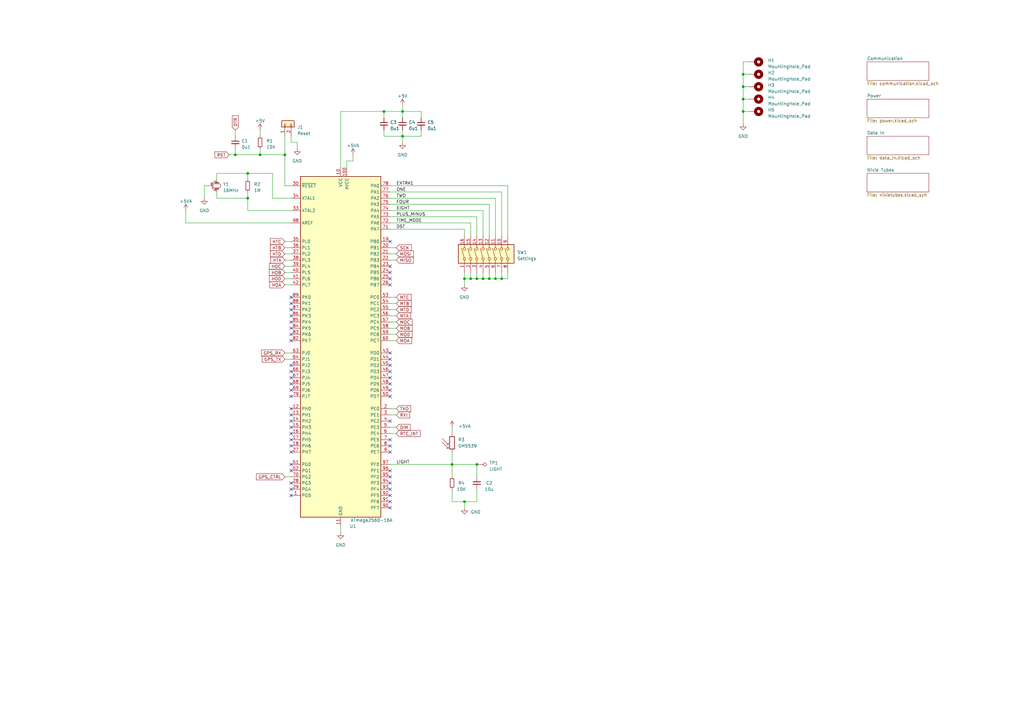
<source format=kicad_sch>
(kicad_sch (version 20210406) (generator eeschema)
  (paper "A3")
  (title_block (title "Nixie Clock") (rev "1.1") (company "Nick Lekas") (comment 1 "5"))
  (lib_symbols
    (symbol "Connector:TestPoint_Alt" (pin_numbers hide) (pin_names (offset 0.762) hide)
      (property "Reference" "TP" (at 0 6.858 0))
      (property "Value" "TestPoint_Alt" (at 0 5.08 0))
      (symbol "TestPoint_Alt_0_1"
        (polyline (pts (xy 0 2.54) (xy -0.762 3.302) (xy 0 4.064) (xy 0.762 3.302) (xy 0 2.54)))
      )
      (symbol "TestPoint_Alt_1_1"
        (pin passive line (at 0 0 90) (length 2.54) (name "1") (number "1"))
      )
    )
    (symbol "Connector_Generic:Conn_01x02" (pin_names (offset 1.016) hide)
      (property "Reference" "J" (at 0 2.54 0))
      (property "Value" "Conn_01x02" (at 0 -5.08 0))
      (symbol "Conn_01x02_1_1"
        (rectangle (start -1.27 -2.413) (end 0 -2.667) (stroke (width 0.1524)))
        (rectangle (start -1.27 0.127) (end 0 -0.127) (stroke (width 0.1524)))
        (rectangle (start -1.27 1.27) (end 1.27 -3.81) (stroke (width 0.254)) (fill (type background)))
        (pin passive line (at -5.08 0 0) (length 3.81) (name "Pin_1") (number "1"))
        (pin passive line (at -5.08 -2.54 0) (length 3.81) (name "Pin_2") (number "2"))
      )
    )
    (symbol "Device:C_Small" (pin_numbers hide) (pin_names (offset 0.254) hide)
      (property "Reference" "C" (at 0.254 1.778 0))
      (property "Value" "C_Small" (at 0.254 -2.032 0))
      (symbol "C_Small_0_1"
        (polyline (pts (xy -1.524 -0.508) (xy 1.524 -0.508)) (stroke (width 0.3302)))
        (polyline (pts (xy -1.524 0.508) (xy 1.524 0.508)) (stroke (width 0.3048)))
      )
      (symbol "C_Small_1_1"
        (pin passive line (at 0 2.54 270) (length 2.032) (name "~") (number "1"))
        (pin passive line (at 0 -2.54 90) (length 2.032) (name "~") (number "2"))
      )
    )
    (symbol "Device:Crystal_GND2_Small" (pin_names (offset 1.016) hide)
      (property "Reference" "Y" (at 0 5.08 0))
      (property "Value" "Crystal_GND2_Small" (at 0 3.175 0))
      (symbol "Crystal_GND2_Small_0_1"
        (rectangle (start -0.762 -1.524) (end 0.762 1.524))
        (polyline (pts (xy -1.27 -0.762) (xy -1.27 0.762)) (stroke (width 0.381)))
        (polyline (pts (xy 1.27 -0.762) (xy 1.27 0.762)) (stroke (width 0.381)))
        (polyline (pts (xy -1.27 -1.27) (xy -1.27 -1.905) (xy 1.27 -1.905) (xy 1.27 -1.27)))
      )
      (symbol "Crystal_GND2_Small_1_1"
        (pin passive line (at -2.54 0 0) (length 1.27) (name "1") (number "1"))
        (pin passive line (at 0 -2.54 90) (length 0.635) (name "2") (number "2"))
        (pin passive line (at 2.54 0 180) (length 1.27) (name "3") (number "3"))
      )
    )
    (symbol "Device:R_Photo" (pin_numbers hide) (pin_names (offset 0))
      (property "Reference" "R" (at 1.27 1.27 0))
      (property "Value" "R_Photo" (at 1.27 0 0))
      (symbol "R_Photo_0_1"
        (rectangle (start -1.016 2.54) (end 1.016 -2.54) (stroke (width 0.254)))
        (polyline (pts (xy -1.524 -2.286) (xy -4.064 0.254)))
        (polyline (pts (xy -1.524 -2.286) (xy -2.286 -2.286)))
        (polyline (pts (xy -1.524 -2.286) (xy -1.524 -1.524)))
        (polyline (pts (xy -1.524 -0.762) (xy -4.064 1.778)))
        (polyline (pts (xy -1.524 -0.762) (xy -2.286 -0.762)))
        (polyline (pts (xy -1.524 -0.762) (xy -1.524 0)))
      )
      (symbol "R_Photo_1_1"
        (pin passive line (at 0 3.81 270) (length 1.27) (name "~") (number "1"))
        (pin passive line (at 0 -3.81 90) (length 1.27) (name "~") (number "2"))
      )
    )
    (symbol "Device:R_Small" (pin_numbers hide) (pin_names (offset 0.254) hide)
      (property "Reference" "R" (at 0.762 0.508 0))
      (property "Value" "R_Small" (at 0.762 -1.016 0))
      (symbol "R_Small_0_1"
        (rectangle (start -0.762 1.778) (end 0.762 -1.778) (stroke (width 0.2032)))
      )
      (symbol "R_Small_1_1"
        (pin passive line (at 0 2.54 270) (length 0.762) (name "~") (number "1"))
        (pin passive line (at 0 -2.54 90) (length 0.762) (name "~") (number "2"))
      )
    )
    (symbol "MCU_Microchip_ATmega:ATmega2560-16A"
      (property "Reference" "U" (at 0 1.27 0))
      (property "Value" "ATmega2560-16A" (at 0 -1.27 0))
      (symbol "ATmega2560-16A_0_1"
        (rectangle (start -16.51 -69.85) (end 16.51 69.85) (stroke (width 0.254)) (fill (type background)))
      )
      (symbol "ATmega2560-16A_1_1"
        (pin bidirectional line (at -20.32 -60.96 0) (length 3.81) (name "PG5") (number "1"))
        (pin power_in line (at 0 73.66 270) (length 3.81) (name "VCC") (number "10"))
        (pin power_in line (at 2.54 73.66 270) (length 3.81) (name "AVCC") (number "100"))
        (pin power_in line (at 0 -73.66 90) (length 3.81) (name "GND") (number "11"))
        (pin bidirectional line (at -20.32 -25.4 0) (length 3.81) (name "PH0") (number "12"))
        (pin bidirectional line (at -20.32 -27.94 0) (length 3.81) (name "PH1") (number "13"))
        (pin bidirectional line (at -20.32 -30.48 0) (length 3.81) (name "PH2") (number "14"))
        (pin bidirectional line (at -20.32 -33.02 0) (length 3.81) (name "PH3") (number "15"))
        (pin bidirectional line (at -20.32 -35.56 0) (length 3.81) (name "PH4") (number "16"))
        (pin bidirectional line (at -20.32 -38.1 0) (length 3.81) (name "PH5") (number "17"))
        (pin bidirectional line (at -20.32 -40.64 0) (length 3.81) (name "PH6") (number "18"))
        (pin bidirectional line (at 20.32 43.18 180) (length 3.81) (name "PB0") (number "19"))
        (pin bidirectional line (at 20.32 -25.4 180) (length 3.81) (name "PE0") (number "2"))
        (pin bidirectional line (at 20.32 40.64 180) (length 3.81) (name "PB1") (number "20"))
        (pin bidirectional line (at 20.32 38.1 180) (length 3.81) (name "PB2") (number "21"))
        (pin bidirectional line (at 20.32 35.56 180) (length 3.81) (name "PB3") (number "22"))
        (pin bidirectional line (at 20.32 33.02 180) (length 3.81) (name "PB4") (number "23"))
        (pin bidirectional line (at 20.32 30.48 180) (length 3.81) (name "PB5") (number "24"))
        (pin bidirectional line (at 20.32 27.94 180) (length 3.81) (name "PB6") (number "25"))
        (pin bidirectional line (at 20.32 25.4 180) (length 3.81) (name "PB7") (number "26"))
        (pin bidirectional line (at -20.32 -43.18 0) (length 3.81) (name "PH7") (number "27"))
        (pin bidirectional line (at -20.32 -55.88 0) (length 3.81) (name "PG3") (number "28"))
        (pin bidirectional line (at -20.32 -58.42 0) (length 3.81) (name "PG4") (number "29"))
        (pin bidirectional line (at 20.32 -27.94 180) (length 3.81) (name "PE1") (number "3"))
        (pin input line (at -20.32 66.04 0) (length 3.81) (name "~RESET") (number "30"))
        (pin passive line (at 0 73.66 270) (length 3.81) hide (name "VCC") (number "31"))
        (pin passive line (at 0 -73.66 90) (length 3.81) hide (name "GND") (number "32"))
        (pin output line (at -20.32 55.88 0) (length 3.81) (name "XTAL2") (number "33"))
        (pin input line (at -20.32 60.96 0) (length 3.81) (name "XTAL1") (number "34"))
        (pin bidirectional line (at -20.32 43.18 0) (length 3.81) (name "PL0") (number "35"))
        (pin bidirectional line (at -20.32 40.64 0) (length 3.81) (name "PL1") (number "36"))
        (pin bidirectional line (at -20.32 38.1 0) (length 3.81) (name "PL2") (number "37"))
        (pin bidirectional line (at -20.32 35.56 0) (length 3.81) (name "PL3") (number "38"))
        (pin bidirectional line (at -20.32 33.02 0) (length 3.81) (name "PL4") (number "39"))
        (pin bidirectional line (at 20.32 -30.48 180) (length 3.81) (name "PE2") (number "4"))
        (pin bidirectional line (at -20.32 30.48 0) (length 3.81) (name "PL5") (number "40"))
        (pin bidirectional line (at -20.32 27.94 0) (length 3.81) (name "PL6") (number "41"))
        (pin bidirectional line (at -20.32 25.4 0) (length 3.81) (name "PL7") (number "42"))
        (pin bidirectional line (at 20.32 -2.54 180) (length 3.81) (name "PD0") (number "43"))
        (pin bidirectional line (at 20.32 -5.08 180) (length 3.81) (name "PD1") (number "44"))
        (pin bidirectional line (at 20.32 -7.62 180) (length 3.81) (name "PD2") (number "45"))
        (pin bidirectional line (at 20.32 -10.16 180) (length 3.81) (name "PD3") (number "46"))
        (pin bidirectional line (at 20.32 -12.7 180) (length 3.81) (name "PD4") (number "47"))
        (pin bidirectional line (at 20.32 -15.24 180) (length 3.81) (name "PD5") (number "48"))
        (pin bidirectional line (at 20.32 -17.78 180) (length 3.81) (name "PD6") (number "49"))
        (pin bidirectional line (at 20.32 -33.02 180) (length 3.81) (name "PE3") (number "5"))
        (pin bidirectional line (at 20.32 -20.32 180) (length 3.81) (name "PD7") (number "50"))
        (pin bidirectional line (at -20.32 -48.26 0) (length 3.81) (name "PG0") (number "51"))
        (pin bidirectional line (at -20.32 -50.8 0) (length 3.81) (name "PG1") (number "52"))
        (pin bidirectional line (at 20.32 20.32 180) (length 3.81) (name "PC0") (number "53"))
        (pin bidirectional line (at 20.32 17.78 180) (length 3.81) (name "PC1") (number "54"))
        (pin bidirectional line (at 20.32 15.24 180) (length 3.81) (name "PC2") (number "55"))
        (pin bidirectional line (at 20.32 12.7 180) (length 3.81) (name "PC3") (number "56"))
        (pin bidirectional line (at 20.32 10.16 180) (length 3.81) (name "PC4") (number "57"))
        (pin bidirectional line (at 20.32 7.62 180) (length 3.81) (name "PC5") (number "58"))
        (pin bidirectional line (at 20.32 5.08 180) (length 3.81) (name "PC6") (number "59"))
        (pin bidirectional line (at 20.32 -35.56 180) (length 3.81) (name "PE4") (number "6"))
        (pin bidirectional line (at 20.32 2.54 180) (length 3.81) (name "PC7") (number "60"))
        (pin passive line (at 0 73.66 270) (length 3.81) hide (name "VCC") (number "61"))
        (pin passive line (at 0 -73.66 90) (length 3.81) hide (name "GND") (number "62"))
        (pin bidirectional line (at -20.32 -2.54 0) (length 3.81) (name "PJ0") (number "63"))
        (pin bidirectional line (at -20.32 -5.08 0) (length 3.81) (name "PJ1") (number "64"))
        (pin bidirectional line (at -20.32 -7.62 0) (length 3.81) (name "PJ2") (number "65"))
        (pin bidirectional line (at -20.32 -10.16 0) (length 3.81) (name "PJ3") (number "66"))
        (pin bidirectional line (at -20.32 -12.7 0) (length 3.81) (name "PJ4") (number "67"))
        (pin bidirectional line (at -20.32 -15.24 0) (length 3.81) (name "PJ5") (number "68"))
        (pin bidirectional line (at -20.32 -17.78 0) (length 3.81) (name "PJ6") (number "69"))
        (pin bidirectional line (at 20.32 -38.1 180) (length 3.81) (name "PE5") (number "7"))
        (pin bidirectional line (at -20.32 -53.34 0) (length 3.81) (name "PG2") (number "70"))
        (pin bidirectional line (at 20.32 48.26 180) (length 3.81) (name "PA7") (number "71"))
        (pin bidirectional line (at 20.32 50.8 180) (length 3.81) (name "PA6") (number "72"))
        (pin bidirectional line (at 20.32 53.34 180) (length 3.81) (name "PA5") (number "73"))
        (pin bidirectional line (at 20.32 55.88 180) (length 3.81) (name "PA4") (number "74"))
        (pin bidirectional line (at 20.32 58.42 180) (length 3.81) (name "PA3") (number "75"))
        (pin bidirectional line (at 20.32 60.96 180) (length 3.81) (name "PA2") (number "76"))
        (pin bidirectional line (at 20.32 63.5 180) (length 3.81) (name "PA1") (number "77"))
        (pin bidirectional line (at 20.32 66.04 180) (length 3.81) (name "PA0") (number "78"))
        (pin bidirectional line (at -20.32 -20.32 0) (length 3.81) (name "PJ7") (number "79"))
        (pin bidirectional line (at 20.32 -40.64 180) (length 3.81) (name "PE6") (number "8"))
        (pin passive line (at 0 73.66 270) (length 3.81) hide (name "VCC") (number "80"))
        (pin passive line (at 0 -73.66 90) (length 3.81) hide (name "GND") (number "81"))
        (pin bidirectional line (at -20.32 2.54 0) (length 3.81) (name "PK7") (number "82"))
        (pin bidirectional line (at -20.32 5.08 0) (length 3.81) (name "PK6") (number "83"))
        (pin bidirectional line (at -20.32 7.62 0) (length 3.81) (name "PK5") (number "84"))
        (pin bidirectional line (at -20.32 10.16 0) (length 3.81) (name "PK4") (number "85"))
        (pin bidirectional line (at -20.32 12.7 0) (length 3.81) (name "PK3") (number "86"))
        (pin bidirectional line (at -20.32 15.24 0) (length 3.81) (name "PK2") (number "87"))
        (pin bidirectional line (at -20.32 17.78 0) (length 3.81) (name "PK1") (number "88"))
        (pin bidirectional line (at -20.32 20.32 0) (length 3.81) (name "PK0") (number "89"))
        (pin bidirectional line (at 20.32 -43.18 180) (length 3.81) (name "PE7") (number "9"))
        (pin bidirectional line (at 20.32 -66.04 180) (length 3.81) (name "PF7") (number "90"))
        (pin bidirectional line (at 20.32 -63.5 180) (length 3.81) (name "PF6") (number "91"))
        (pin bidirectional line (at 20.32 -60.96 180) (length 3.81) (name "PF5") (number "92"))
        (pin bidirectional line (at 20.32 -58.42 180) (length 3.81) (name "PF4") (number "93"))
        (pin bidirectional line (at 20.32 -55.88 180) (length 3.81) (name "PF3") (number "94"))
        (pin bidirectional line (at 20.32 -53.34 180) (length 3.81) (name "PF2") (number "95"))
        (pin bidirectional line (at 20.32 -50.8 180) (length 3.81) (name "PF1") (number "96"))
        (pin bidirectional line (at 20.32 -48.26 180) (length 3.81) (name "PF0") (number "97"))
        (pin passive line (at -20.32 50.8 0) (length 3.81) (name "AREF") (number "98"))
        (pin passive line (at 0 -73.66 90) (length 3.81) hide (name "GND") (number "99"))
      )
    )
    (symbol "Mechanical:MountingHole_Pad" (pin_numbers hide) (pin_names (offset 1.016) hide)
      (property "Reference" "H" (at 0 6.35 0))
      (property "Value" "MountingHole_Pad" (at 0 4.445 0))
      (symbol "MountingHole_Pad_0_1"
        (circle (center 0 1.27) (radius 1.27) (stroke (width 1.27)))
      )
      (symbol "MountingHole_Pad_1_1"
        (pin input line (at 0 -2.54 90) (length 2.54) (name "1") (number "1"))
      )
    )
    (symbol "Switch:SW_DIP_x08" (pin_names (offset 0) hide)
      (property "Reference" "SW" (at 0 13.97 0))
      (property "Value" "SW_DIP_x08" (at 0 -11.43 0))
      (symbol "SW_DIP_x08_0_0"
        (circle (center -2.032 -7.62) (radius 0.508))
        (circle (center -2.032 -5.08) (radius 0.508))
        (circle (center -2.032 -2.54) (radius 0.508))
        (circle (center -2.032 0) (radius 0.508))
        (circle (center -2.032 2.54) (radius 0.508))
        (circle (center -2.032 5.08) (radius 0.508))
        (circle (center -2.032 7.62) (radius 0.508))
        (circle (center -2.032 10.16) (radius 0.508))
        (circle (center 2.032 -7.62) (radius 0.508))
        (circle (center 2.032 -5.08) (radius 0.508))
        (circle (center 2.032 -2.54) (radius 0.508))
        (circle (center 2.032 0) (radius 0.508))
        (circle (center 2.032 2.54) (radius 0.508))
        (circle (center 2.032 5.08) (radius 0.508))
        (circle (center 2.032 7.62) (radius 0.508))
        (circle (center 2.032 10.16) (radius 0.508))
        (polyline (pts (xy -1.524 -7.4676) (xy 2.3622 -6.4262)))
        (polyline (pts (xy -1.524 -4.9276) (xy 2.3622 -3.8862)))
        (polyline (pts (xy -1.524 -2.3876) (xy 2.3622 -1.3462)))
        (polyline (pts (xy -1.524 0.127) (xy 2.3622 1.1684)))
        (polyline (pts (xy -1.524 2.667) (xy 2.3622 3.7084)))
        (polyline (pts (xy -1.524 5.207) (xy 2.3622 6.2484)))
        (polyline (pts (xy -1.524 7.747) (xy 2.3622 8.7884)))
        (polyline (pts (xy -1.524 10.287) (xy 2.3622 11.3284)))
      )
      (symbol "SW_DIP_x08_0_1"
        (rectangle (start -3.81 12.7) (end 3.81 -10.16) (stroke (width 0.254)) (fill (type background)))
      )
      (symbol "SW_DIP_x08_1_1"
        (pin passive line (at -7.62 10.16 0) (length 5.08) (name "~") (number "1"))
        (pin passive line (at 7.62 -5.08 180) (length 5.08) (name "~") (number "10"))
        (pin passive line (at 7.62 -2.54 180) (length 5.08) (name "~") (number "11"))
        (pin passive line (at 7.62 0 180) (length 5.08) (name "~") (number "12"))
        (pin passive line (at 7.62 2.54 180) (length 5.08) (name "~") (number "13"))
        (pin passive line (at 7.62 5.08 180) (length 5.08) (name "~") (number "14"))
        (pin passive line (at 7.62 7.62 180) (length 5.08) (name "~") (number "15"))
        (pin passive line (at 7.62 10.16 180) (length 5.08) (name "~") (number "16"))
        (pin passive line (at -7.62 7.62 0) (length 5.08) (name "~") (number "2"))
        (pin passive line (at -7.62 5.08 0) (length 5.08) (name "~") (number "3"))
        (pin passive line (at -7.62 2.54 0) (length 5.08) (name "~") (number "4"))
        (pin passive line (at -7.62 0 0) (length 5.08) (name "~") (number "5"))
        (pin passive line (at -7.62 -2.54 0) (length 5.08) (name "~") (number "6"))
        (pin passive line (at -7.62 -5.08 0) (length 5.08) (name "~") (number "7"))
        (pin passive line (at -7.62 -7.62 0) (length 5.08) (name "~") (number "8"))
        (pin passive line (at 7.62 -7.62 180) (length 5.08) (name "~") (number "9"))
      )
    )
    (symbol "power:+5V" (power) (pin_names (offset 0))
      (property "Value" "+5V" (at 0 3.556 0))
      (symbol "+5V_0_1"
        (polyline (pts (xy -0.762 1.27) (xy 0 2.54)))
        (polyline (pts (xy 0 0) (xy 0 2.54)))
        (polyline (pts (xy 0 2.54) (xy 0.762 1.27)))
      )
      (symbol "+5V_1_1"
        (pin power_in line (at 0 0 90) (length 0) hide (name "+5V") (number "1"))
      )
    )
    (symbol "power:+5VA" (power) (pin_names (offset 0))
      (property "Value" "+5VA" (at 0 3.556 0))
      (symbol "+5VA_0_1"
        (polyline (pts (xy -0.762 1.27) (xy 0 2.54)))
        (polyline (pts (xy 0 0) (xy 0 2.54)))
        (polyline (pts (xy 0 2.54) (xy 0.762 1.27)))
      )
      (symbol "+5VA_1_1"
        (pin power_in line (at 0 0 90) (length 0) hide (name "+5VA") (number "1"))
      )
    )
    (symbol "power:GND" (power) (pin_names (offset 0))
      (property "Value" "GND" (at 0 -3.81 0))
      (symbol "GND_0_1"
        (polyline (pts (xy 0 0) (xy 0 -1.27) (xy 1.27 -1.27) (xy 0 -2.54) (xy -1.27 -1.27) (xy 0 -1.27)))
      )
      (symbol "GND_1_1"
        (pin power_in line (at 0 0 270) (length 0) hide (name "GND") (number "1"))
      )
    )
  )
  (junction (at 96.52 63.5) (diameter 0.9144))
  (junction (at 101.6 71.12) (diameter 0.9144))
  (junction (at 101.6 81.28) (diameter 0.9144))
  (junction (at 106.68 63.5) (diameter 0.9144))
  (junction (at 116.84 63.5) (diameter 0.9144))
  (junction (at 157.48 45.72) (diameter 0.9144))
  (junction (at 165.1 45.72) (diameter 0.9144))
  (junction (at 165.1 55.88) (diameter 0.9144))
  (junction (at 185.42 190.5) (diameter 0.9144))
  (junction (at 190.5 114.3) (diameter 0.9144))
  (junction (at 190.5 205.74) (diameter 0.9144))
  (junction (at 193.04 114.3) (diameter 0.9144))
  (junction (at 195.58 114.3) (diameter 0.9144))
  (junction (at 195.58 190.5) (diameter 0.9144))
  (junction (at 198.12 114.3) (diameter 0.9144))
  (junction (at 200.66 114.3) (diameter 0.9144))
  (junction (at 203.2 114.3) (diameter 0.9144))
  (junction (at 205.74 114.3) (diameter 0.9144))
  (junction (at 304.8 30.48) (diameter 0.9144))
  (junction (at 304.8 35.56) (diameter 0.9144))
  (junction (at 304.8 40.64) (diameter 0.9144))
  (junction (at 304.8 45.72) (diameter 0.9144))
  (no_connect (at 119.38 121.92))
  (no_connect (at 119.38 124.46))
  (no_connect (at 119.38 127))
  (no_connect (at 119.38 129.54))
  (no_connect (at 119.38 132.08))
  (no_connect (at 119.38 134.62))
  (no_connect (at 119.38 137.16))
  (no_connect (at 119.38 139.7))
  (no_connect (at 119.38 149.86))
  (no_connect (at 119.38 152.4))
  (no_connect (at 119.38 154.94))
  (no_connect (at 119.38 157.48))
  (no_connect (at 119.38 160.02))
  (no_connect (at 119.38 162.56))
  (no_connect (at 119.38 167.64))
  (no_connect (at 119.38 170.18))
  (no_connect (at 119.38 172.72))
  (no_connect (at 119.38 175.26))
  (no_connect (at 119.38 177.8))
  (no_connect (at 119.38 180.34))
  (no_connect (at 119.38 182.88))
  (no_connect (at 119.38 185.42))
  (no_connect (at 119.38 190.5))
  (no_connect (at 119.38 193.04))
  (no_connect (at 119.38 198.12))
  (no_connect (at 119.38 200.66))
  (no_connect (at 119.38 203.2))
  (no_connect (at 160.02 99.06))
  (no_connect (at 160.02 109.22))
  (no_connect (at 160.02 111.76))
  (no_connect (at 160.02 114.3))
  (no_connect (at 160.02 116.84))
  (no_connect (at 160.02 144.78))
  (no_connect (at 160.02 147.32))
  (no_connect (at 160.02 149.86))
  (no_connect (at 160.02 152.4))
  (no_connect (at 160.02 154.94))
  (no_connect (at 160.02 157.48))
  (no_connect (at 160.02 160.02))
  (no_connect (at 160.02 162.56))
  (no_connect (at 160.02 172.72))
  (no_connect (at 160.02 180.34))
  (no_connect (at 160.02 182.88))
  (no_connect (at 160.02 185.42))
  (no_connect (at 160.02 193.04))
  (no_connect (at 160.02 195.58))
  (no_connect (at 160.02 198.12))
  (no_connect (at 160.02 200.66))
  (no_connect (at 160.02 203.2))
  (no_connect (at 160.02 205.74))
  (no_connect (at 160.02 208.28))
  (wire (pts (xy 76.2 86.36) (xy 76.2 91.44)))
  (wire (pts (xy 76.2 91.44) (xy 119.38 91.44)))
  (wire (pts (xy 83.82 76.2) (xy 86.36 76.2)))
  (wire (pts (xy 83.82 81.28) (xy 83.82 76.2)))
  (wire (pts (xy 88.9 71.12) (xy 88.9 73.66)))
  (wire (pts (xy 88.9 71.12) (xy 101.6 71.12)))
  (wire (pts (xy 88.9 78.74) (xy 88.9 81.28)))
  (wire (pts (xy 88.9 81.28) (xy 101.6 81.28)))
  (wire (pts (xy 93.98 63.5) (xy 96.52 63.5)))
  (wire (pts (xy 96.52 53.34) (xy 96.52 55.88)))
  (wire (pts (xy 96.52 60.96) (xy 96.52 63.5)))
  (wire (pts (xy 96.52 63.5) (xy 106.68 63.5)))
  (wire (pts (xy 101.6 71.12) (xy 101.6 73.66)))
  (wire (pts (xy 101.6 71.12) (xy 111.76 71.12)))
  (wire (pts (xy 101.6 78.74) (xy 101.6 81.28)))
  (wire (pts (xy 101.6 81.28) (xy 101.6 86.36)))
  (wire (pts (xy 106.68 53.34) (xy 106.68 55.88)))
  (wire (pts (xy 106.68 60.96) (xy 106.68 63.5)))
  (wire (pts (xy 106.68 63.5) (xy 116.84 63.5)))
  (wire (pts (xy 111.76 71.12) (xy 111.76 81.28)))
  (wire (pts (xy 116.84 55.88) (xy 116.84 63.5)))
  (wire (pts (xy 116.84 63.5) (xy 116.84 76.2)))
  (wire (pts (xy 116.84 76.2) (xy 119.38 76.2)))
  (wire (pts (xy 116.84 99.06) (xy 119.38 99.06)))
  (wire (pts (xy 116.84 101.6) (xy 119.38 101.6)))
  (wire (pts (xy 116.84 104.14) (xy 119.38 104.14)))
  (wire (pts (xy 116.84 106.68) (xy 119.38 106.68)))
  (wire (pts (xy 116.84 109.22) (xy 119.38 109.22)))
  (wire (pts (xy 116.84 111.76) (xy 119.38 111.76)))
  (wire (pts (xy 116.84 114.3) (xy 119.38 114.3)))
  (wire (pts (xy 116.84 116.84) (xy 119.38 116.84)))
  (wire (pts (xy 116.84 144.78) (xy 119.38 144.78)))
  (wire (pts (xy 116.84 147.32) (xy 119.38 147.32)))
  (wire (pts (xy 116.84 195.58) (xy 119.38 195.58)))
  (wire (pts (xy 119.38 55.88) (xy 119.38 58.42)))
  (wire (pts (xy 119.38 58.42) (xy 121.92 58.42)))
  (wire (pts (xy 119.38 81.28) (xy 111.76 81.28)))
  (wire (pts (xy 119.38 86.36) (xy 101.6 86.36)))
  (wire (pts (xy 121.92 58.42) (xy 121.92 60.96)))
  (wire (pts (xy 139.7 45.72) (xy 139.7 68.58)))
  (wire (pts (xy 139.7 45.72) (xy 157.48 45.72)))
  (wire (pts (xy 139.7 215.9) (xy 139.7 218.44)))
  (wire (pts (xy 142.24 66.04) (xy 144.78 66.04)))
  (wire (pts (xy 142.24 68.58) (xy 142.24 66.04)))
  (wire (pts (xy 144.78 63.5) (xy 144.78 66.04)))
  (wire (pts (xy 157.48 45.72) (xy 157.48 48.26)))
  (wire (pts (xy 157.48 53.34) (xy 157.48 55.88)))
  (wire (pts (xy 157.48 55.88) (xy 165.1 55.88)))
  (wire (pts (xy 160.02 76.2) (xy 208.28 76.2)))
  (wire (pts (xy 160.02 78.74) (xy 205.74 78.74)))
  (wire (pts (xy 160.02 81.28) (xy 203.2 81.28)))
  (wire (pts (xy 160.02 83.82) (xy 200.66 83.82)))
  (wire (pts (xy 160.02 88.9) (xy 195.58 88.9)))
  (wire (pts (xy 160.02 91.44) (xy 193.04 91.44)))
  (wire (pts (xy 160.02 93.98) (xy 190.5 93.98)))
  (wire (pts (xy 160.02 101.6) (xy 162.56 101.6)))
  (wire (pts (xy 160.02 104.14) (xy 162.56 104.14)))
  (wire (pts (xy 160.02 106.68) (xy 162.56 106.68)))
  (wire (pts (xy 160.02 121.92) (xy 162.56 121.92)))
  (wire (pts (xy 160.02 124.46) (xy 162.56 124.46)))
  (wire (pts (xy 160.02 127) (xy 162.56 127)))
  (wire (pts (xy 160.02 129.54) (xy 162.56 129.54)))
  (wire (pts (xy 160.02 132.08) (xy 162.56 132.08)))
  (wire (pts (xy 160.02 134.62) (xy 162.56 134.62)))
  (wire (pts (xy 160.02 137.16) (xy 162.56 137.16)))
  (wire (pts (xy 160.02 139.7) (xy 162.56 139.7)))
  (wire (pts (xy 160.02 167.64) (xy 162.56 167.64)))
  (wire (pts (xy 160.02 170.18) (xy 162.56 170.18)))
  (wire (pts (xy 160.02 175.26) (xy 162.56 175.26)))
  (wire (pts (xy 160.02 177.8) (xy 162.56 177.8)))
  (wire (pts (xy 160.02 190.5) (xy 185.42 190.5)))
  (wire (pts (xy 165.1 43.18) (xy 165.1 45.72)))
  (wire (pts (xy 165.1 45.72) (xy 157.48 45.72)))
  (wire (pts (xy 165.1 45.72) (xy 172.72 45.72)))
  (wire (pts (xy 165.1 48.26) (xy 165.1 45.72)))
  (wire (pts (xy 165.1 53.34) (xy 165.1 55.88)))
  (wire (pts (xy 165.1 55.88) (xy 165.1 58.42)))
  (wire (pts (xy 165.1 55.88) (xy 172.72 55.88)))
  (wire (pts (xy 172.72 48.26) (xy 172.72 45.72)))
  (wire (pts (xy 172.72 53.34) (xy 172.72 55.88)))
  (wire (pts (xy 185.42 177.8) (xy 185.42 175.26)))
  (wire (pts (xy 185.42 190.5) (xy 185.42 185.42)))
  (wire (pts (xy 185.42 190.5) (xy 195.58 190.5)))
  (wire (pts (xy 185.42 195.58) (xy 185.42 190.5)))
  (wire (pts (xy 185.42 205.74) (xy 185.42 200.66)))
  (wire (pts (xy 185.42 205.74) (xy 190.5 205.74)))
  (wire (pts (xy 190.5 93.98) (xy 190.5 96.52)))
  (wire (pts (xy 190.5 111.76) (xy 190.5 114.3)))
  (wire (pts (xy 190.5 114.3) (xy 190.5 116.84)))
  (wire (pts (xy 190.5 114.3) (xy 193.04 114.3)))
  (wire (pts (xy 190.5 205.74) (xy 190.5 208.28)))
  (wire (pts (xy 190.5 205.74) (xy 195.58 205.74)))
  (wire (pts (xy 193.04 91.44) (xy 193.04 96.52)))
  (wire (pts (xy 193.04 111.76) (xy 193.04 114.3)))
  (wire (pts (xy 193.04 114.3) (xy 195.58 114.3)))
  (wire (pts (xy 195.58 88.9) (xy 195.58 96.52)))
  (wire (pts (xy 195.58 111.76) (xy 195.58 114.3)))
  (wire (pts (xy 195.58 114.3) (xy 198.12 114.3)))
  (wire (pts (xy 195.58 195.58) (xy 195.58 190.5)))
  (wire (pts (xy 195.58 200.66) (xy 195.58 205.74)))
  (wire (pts (xy 198.12 86.36) (xy 160.02 86.36)))
  (wire (pts (xy 198.12 86.36) (xy 198.12 96.52)))
  (wire (pts (xy 198.12 111.76) (xy 198.12 114.3)))
  (wire (pts (xy 198.12 114.3) (xy 200.66 114.3)))
  (wire (pts (xy 200.66 83.82) (xy 200.66 96.52)))
  (wire (pts (xy 200.66 111.76) (xy 200.66 114.3)))
  (wire (pts (xy 200.66 114.3) (xy 203.2 114.3)))
  (wire (pts (xy 203.2 81.28) (xy 203.2 96.52)))
  (wire (pts (xy 203.2 111.76) (xy 203.2 114.3)))
  (wire (pts (xy 203.2 114.3) (xy 205.74 114.3)))
  (wire (pts (xy 205.74 78.74) (xy 205.74 96.52)))
  (wire (pts (xy 205.74 111.76) (xy 205.74 114.3)))
  (wire (pts (xy 205.74 114.3) (xy 208.28 114.3)))
  (wire (pts (xy 208.28 76.2) (xy 208.28 96.52)))
  (wire (pts (xy 208.28 111.76) (xy 208.28 114.3)))
  (wire (pts (xy 304.8 25.4) (xy 304.8 30.48)))
  (wire (pts (xy 304.8 30.48) (xy 304.8 35.56)))
  (wire (pts (xy 304.8 30.48) (xy 307.34 30.48)))
  (wire (pts (xy 304.8 35.56) (xy 304.8 40.64)))
  (wire (pts (xy 304.8 35.56) (xy 307.34 35.56)))
  (wire (pts (xy 304.8 40.64) (xy 304.8 45.72)))
  (wire (pts (xy 304.8 40.64) (xy 307.34 40.64)))
  (wire (pts (xy 304.8 45.72) (xy 304.8 50.8)))
  (wire (pts (xy 304.8 45.72) (xy 307.34 45.72)))
  (wire (pts (xy 307.34 25.4) (xy 304.8 25.4)))
  (label "EXTRA1" (at 162.56 76.2 0))
  (label "ONE" (at 162.56 78.74 0))
  (label "TWO" (at 162.56 81.28 0))
  (label "FOUR" (at 162.56 83.82 0))
  (label "EIGHT" (at 162.56 86.36 0))
  (label "PLUS_MINUS" (at 162.56 88.9 0))
  (label "TIME_MODE" (at 162.56 91.44 0))
  (label "DST" (at 162.56 93.98 0))
  (label "LIGHT" (at 162.56 190.5 0))
  (global_label "RST" (shape input) (at 93.98 63.5 180) (property "Intersheet References" "${INTERSHEET_REFS}" (effects hide)))
  (global_label "DTR" (shape input) (at 96.52 53.34 90) (property "Intersheet References" "${INTERSHEET_REFS}" (effects hide)))
  (global_label "HTC" (shape input) (at 116.84 99.06 180) (property "Intersheet References" "${INTERSHEET_REFS}" (effects hide)))
  (global_label "HTB" (shape input) (at 116.84 101.6 180) (property "Intersheet References" "${INTERSHEET_REFS}" (effects hide)))
  (global_label "HTD" (shape input) (at 116.84 104.14 180) (property "Intersheet References" "${INTERSHEET_REFS}" (effects hide)))
  (global_label "HTA" (shape input) (at 116.84 106.68 180) (property "Intersheet References" "${INTERSHEET_REFS}" (effects hide)))
  (global_label "HOC" (shape input) (at 116.84 109.22 180) (property "Intersheet References" "${INTERSHEET_REFS}" (effects hide)))
  (global_label "HOB" (shape input) (at 116.84 111.76 180) (property "Intersheet References" "${INTERSHEET_REFS}" (effects hide)))
  (global_label "HOD" (shape input) (at 116.84 114.3 180) (property "Intersheet References" "${INTERSHEET_REFS}" (effects hide)))
  (global_label "HOA" (shape input) (at 116.84 116.84 180) (property "Intersheet References" "${INTERSHEET_REFS}" (effects hide)))
  (global_label "GPS_RX" (shape input) (at 116.84 144.78 180) (property "Intersheet References" "${INTERSHEET_REFS}" (effects hide)))
  (global_label "GPS_TX" (shape input) (at 116.84 147.32 180) (property "Intersheet References" "${INTERSHEET_REFS}" (effects hide)))
  (global_label "GPS_CTRL" (shape input) (at 116.84 195.58 180) (property "Intersheet References" "${INTERSHEET_REFS}" (effects hide)))
  (global_label "SCK" (shape input) (at 162.56 101.6 0) (property "Intersheet References" "${INTERSHEET_REFS}" (effects hide)))
  (global_label "MOSI" (shape input) (at 162.56 104.14 0) (property "Intersheet References" "${INTERSHEET_REFS}" (effects hide)))
  (global_label "MISO" (shape input) (at 162.56 106.68 0) (property "Intersheet References" "${INTERSHEET_REFS}" (effects hide)))
  (global_label "MTC" (shape input) (at 162.56 121.92 0) (property "Intersheet References" "${INTERSHEET_REFS}" (effects hide)))
  (global_label "MTB" (shape input) (at 162.56 124.46 0) (property "Intersheet References" "${INTERSHEET_REFS}" (effects hide)))
  (global_label "MTD" (shape input) (at 162.56 127 0) (property "Intersheet References" "${INTERSHEET_REFS}" (effects hide)))
  (global_label "MTA" (shape input) (at 162.56 129.54 0) (property "Intersheet References" "${INTERSHEET_REFS}" (effects hide)))
  (global_label "MOC" (shape input) (at 162.56 132.08 0) (property "Intersheet References" "${INTERSHEET_REFS}" (effects hide)))
  (global_label "MOB" (shape input) (at 162.56 134.62 0) (property "Intersheet References" "${INTERSHEET_REFS}" (effects hide)))
  (global_label "MOD" (shape input) (at 162.56 137.16 0) (property "Intersheet References" "${INTERSHEET_REFS}" (effects hide)))
  (global_label "MOA" (shape input) (at 162.56 139.7 0) (property "Intersheet References" "${INTERSHEET_REFS}" (effects hide)))
  (global_label "TXO" (shape input) (at 162.56 167.64 0) (property "Intersheet References" "${INTERSHEET_REFS}" (effects hide)))
  (global_label "RXI" (shape input) (at 162.56 170.18 0) (property "Intersheet References" "${INTERSHEET_REFS}" (effects hide)))
  (global_label "DIM" (shape input) (at 162.56 175.26 0) (property "Intersheet References" "${INTERSHEET_REFS}" (effects hide)))
  (global_label "RTC_INT" (shape input) (at 162.56 177.8 0) (property "Intersheet References" "${INTERSHEET_REFS}" (effects hide)))
  (symbol (lib_id "power:+5VA") (at 76.2 86.36 0) (unit 1)
    (property "Reference" "#PWR07" (effects hide))
    (property "Value" "+5VA" (at 76.2 82.55 0))
  )
  (symbol (lib_id "power:+5V") (at 106.68 53.34 0) (unit 1)
    (property "Reference" "#PWR01" (effects hide))
    (property "Value" "+5V" (at 106.68 49.53 0))
  )
  (symbol (lib_id "power:+5VA") (at 144.78 63.5 0) (unit 1)
    (property "Reference" "#PWR05" (effects hide))
    (property "Value" "+5VA" (at 144.78 59.69 0))
  )
  (symbol (lib_id "power:+5V") (at 165.1 43.18 0) (unit 1)
    (property "Reference" "#PWR0101" (effects hide))
    (property "Value" "+5V" (at 165.1 39.37 0))
  )
  (symbol (lib_id "power:+5VA") (at 185.42 175.26 0) (unit 1)
    (property "Reference" "#PWR09" (effects hide))
    (property "Value" "+5VA" (at 187.96 174.8154 0) (effects (justify left)))
  )
  (symbol (lib_id "Connector:TestPoint_Alt") (at 195.58 190.5 270) (unit 1)
    (property "Reference" "TP1" (at 200.66 189.8649 90) (effects (justify left)))
    (property "Value" "LIGHT" (at 200.66 192.4049 90) (effects (justify left)))
    (property "Footprint" "TestPoint:TestPoint_THTPad_D2.0mm_Drill0.9mm" (effects hide))
  )
  (symbol (lib_id "power:GND") (at 83.82 81.28 0) (unit 1)
    (property "Reference" "#PWR06" (effects hide))
    (property "Value" "GND" (at 83.82 86.36 0))
  )
  (symbol (lib_id "power:GND") (at 121.92 60.96 0) (unit 1)
    (property "Reference" "#PWR03" (effects hide))
    (property "Value" "GND" (at 121.92 66.04 0))
  )
  (symbol (lib_id "power:GND") (at 139.7 218.44 0) (unit 1)
    (property "Reference" "#PWR060" (effects hide))
    (property "Value" "GND" (at 139.7 223.52 0))
  )
  (symbol (lib_id "power:GND") (at 165.1 58.42 0) (unit 1)
    (property "Reference" "#PWR0104" (effects hide))
    (property "Value" "GND" (at 165.1 63.5 0))
  )
  (symbol (lib_id "power:GND") (at 190.5 116.84 0) (unit 1)
    (property "Reference" "#PWR08" (effects hide))
    (property "Value" "GND" (at 190.5 121.92 0))
  )
  (symbol (lib_id "power:GND") (at 190.5 208.28 0) (unit 1)
    (property "Reference" "#PWR059" (effects hide))
    (property "Value" "GND" (at 193.04 209.9944 0) (effects (justify left)))
  )
  (symbol (lib_id "power:GND") (at 304.8 50.8 0) (unit 1)
    (property "Reference" "#PWR02" (effects hide))
    (property "Value" "GND" (at 304.8 55.88 0))
  )
  (symbol (lib_id "Device:R_Small") (at 101.6 76.2 0) (unit 1)
    (property "Reference" "R2" (at 104.14 75.5649 0) (effects (justify left)))
    (property "Value" "1M" (at 104.14 78.1049 0) (effects (justify left)))
    (property "Footprint" "Resistor_SMD:R_0603_1608Metric" (effects hide))
  )
  (symbol (lib_id "Device:R_Small") (at 106.68 58.42 0) (unit 1)
    (property "Reference" "R1" (at 109.22 57.7849 0) (effects (justify left)))
    (property "Value" "10K" (at 109.22 60.3249 0) (effects (justify left)))
    (property "Footprint" "Resistor_SMD:R_0603_1608Metric" (effects hide))
  )
  (symbol (lib_id "Device:R_Small") (at 185.42 198.12 180) (unit 1)
    (property "Reference" "R4" (at 189.23 198.12 0))
    (property "Value" "10K" (at 189.23 200.66 0))
    (property "Footprint" "Resistor_SMD:R_0603_1608Metric" (effects hide))
  )
  (symbol (lib_id "Device:C_Small") (at 96.52 58.42 0) (unit 1)
    (property "Reference" "C1" (at 99.06 57.7849 0) (effects (justify left)))
    (property "Value" "0u1" (at 99.06 60.3249 0) (effects (justify left)))
    (property "Footprint" "Capacitor_SMD:C_0603_1608Metric" (effects hide))
  )
  (symbol (lib_id "Device:C_Small") (at 157.48 50.8 0) (unit 1)
    (property "Reference" "C3" (at 160.02 50.1649 0) (effects (justify left)))
    (property "Value" "0u1" (at 160.02 52.7049 0) (effects (justify left)))
    (property "Footprint" "Capacitor_SMD:C_0603_1608Metric" (effects hide))
  )
  (symbol (lib_id "Device:C_Small") (at 165.1 50.8 0) (unit 1)
    (property "Reference" "C4" (at 167.64 50.1649 0) (effects (justify left)))
    (property "Value" "0u1" (at 167.64 52.7049 0) (effects (justify left)))
    (property "Footprint" "Capacitor_SMD:C_0603_1608Metric" (effects hide))
  )
  (symbol (lib_id "Device:C_Small") (at 172.72 50.8 0) (unit 1)
    (property "Reference" "C5" (at 175.26 50.1649 0) (effects (justify left)))
    (property "Value" "0u1" (at 175.26 52.7049 0) (effects (justify left)))
    (property "Footprint" "Capacitor_SMD:C_0603_1608Metric" (effects hide))
  )
  (symbol (lib_id "Device:C_Small") (at 195.58 198.12 180) (unit 1)
    (property "Reference" "C2" (at 200.66 198.12 0))
    (property "Value" "10u" (at 200.66 200.66 0))
    (property "Footprint" "Capacitor_SMD:C_0603_1608Metric" (effects hide))
  )
  (symbol (lib_id "Mechanical:MountingHole_Pad") (at 309.88 25.4 270) (unit 1)
    (property "Reference" "H1" (at 314.96 24.7649 90) (effects (justify left)))
    (property "Value" "MountingHole_Pad" (at 314.96 27.3049 90) (effects (justify left)))
    (property "Footprint" "MountingHole:MountingHole_3.2mm_M3_Pad_Via" (effects hide))
  )
  (symbol (lib_id "Mechanical:MountingHole_Pad") (at 309.88 30.48 270) (unit 1)
    (property "Reference" "H2" (at 314.96 29.8449 90) (effects (justify left)))
    (property "Value" "MountingHole_Pad" (at 314.96 32.3849 90) (effects (justify left)))
    (property "Footprint" "MountingHole:MountingHole_3.2mm_M3_Pad_Via" (effects hide))
  )
  (symbol (lib_id "Mechanical:MountingHole_Pad") (at 309.88 35.56 270) (unit 1)
    (property "Reference" "H3" (at 314.96 34.9249 90) (effects (justify left)))
    (property "Value" "MountingHole_Pad" (at 314.96 37.4649 90) (effects (justify left)))
    (property "Footprint" "MountingHole:MountingHole_3.2mm_M3_Pad_Via" (effects hide))
  )
  (symbol (lib_id "Mechanical:MountingHole_Pad") (at 309.88 40.64 270) (unit 1)
    (property "Reference" "H4" (at 314.96 40.0049 90) (effects (justify left)))
    (property "Value" "MountingHole_Pad" (at 314.96 42.5449 90) (effects (justify left)))
    (property "Footprint" "MountingHole:MountingHole_3.2mm_M3_Pad_Via" (effects hide))
  )
  (symbol (lib_id "Mechanical:MountingHole_Pad") (at 309.88 45.72 270) (unit 1)
    (property "Reference" "H5" (at 314.96 45.0849 90) (effects (justify left)))
    (property "Value" "MountingHole_Pad" (at 314.96 47.6249 90) (effects (justify left)))
    (property "Footprint" "MountingHole:MountingHole_3.2mm_M3_Pad_Via" (effects hide))
  )
  (symbol (lib_id "Device:Crystal_GND2_Small") (at 88.9 76.2 270) (unit 1)
    (property "Reference" "Y1" (at 91.44 75.5649 90) (effects (justify left)))
    (property "Value" "16MHz" (at 91.44 78.1049 90) (effects (justify left)))
    (property "Footprint" "Crystal:Resonator_SMD_Murata_CSTxExxV-3Pin_3.0x1.1mm" (effects hide))
  )
  (symbol (lib_id "Connector_Generic:Conn_01x02") (at 116.84 50.8 90) (unit 1)
    (property "Reference" "J1" (at 121.92 52.1969 90) (effects (justify right)))
    (property "Value" "Reset" (at 121.92 54.7369 90) (effects (justify right)))
    (property "Footprint" "Connector_PinSocket_2.54mm:PinSocket_1x02_P2.54mm_Vertical" (effects hide))
  )
  (symbol (lib_id "Device:R_Photo") (at 185.42 181.61 0) (unit 1)
    (property "Reference" "R3" (at 189.23 180.34 0))
    (property "Value" "GM5539" (at 191.77 182.88 0))
    (property "Footprint" "OptoDevice:R_LDR_5.1x4.3mm_P3.4mm_Vertical" (effects hide))
  )
  (symbol (lib_id "Switch:SW_DIP_x08") (at 200.66 104.14 90) (unit 1)
    (property "Reference" "SW1" (at 212.09 103.5049 90) (effects (justify right)))
    (property "Value" "Settings" (at 212.09 106.0449 90) (effects (justify right)))
    (property "Footprint" "Button_Switch_THT:SW_DIP_SPSTx08_Slide_9.78x22.5mm_W7.62mm_P2.54mm" (effects hide))
  )
  (symbol (lib_id "MCU_Microchip_ATmega:ATmega2560-16A") (at 139.7 142.24 0) (unit 1)
    (property "Reference" "U1" (at 144.78 215.9 0))
    (property "Value" "ATmega2560-16A" (at 152.4 213.36 0))
    (property "Footprint" "Package_QFP:TQFP-100_14x14mm_P0.5mm" (effects hide))
    (property "Datasheet" "http://ww1.microchip.com/downloads/en/DeviceDoc/Atmel-2549-8-bit-AVR-Microcontroller-ATmega640-1280-1281-2560-2561_datasheet.pdf" (effects hide))
  )
  (sheet (at 355.6 25.4) (size 25.4 7.62) (stroke (width 0.0006))
    (property "Sheet name" "Communication" (at 355.6 24.7643 0) (effects (justify left bottom)))
    (property "Sheet file" "communication.kicad_sch" (at 355.6 33.5287 0) (effects (justify left top)))
  )
  (sheet (at 355.6 55.88) (size 25.4 7.62) (stroke (width 0.0006))
    (property "Sheet name" "Data In" (at 355.6 55.2443 0) (effects (justify left bottom)))
    (property "Sheet file" "data_in.kicad_sch" (at 355.6 64.0087 0) (effects (justify left top)))
  )
  (sheet (at 355.6 71.12) (size 25.4 7.62) (stroke (width 0.0006))
    (property "Sheet name" "Nixie Tubes" (at 355.6 70.4843 0) (effects (justify left bottom)))
    (property "Sheet file" "nixietubes.kicad_sch" (at 355.6 79.2487 0) (effects (justify left top)))
  )
  (sheet (at 355.6 40.64) (size 25.4 7.62) (stroke (width 0.0006))
    (property "Sheet name" "Power" (at 355.6 40.0043 0) (effects (justify left bottom)))
    (property "Sheet file" "power.kicad_sch" (at 355.6 48.7687 0) (effects (justify left top)))
  )
)
</source>
